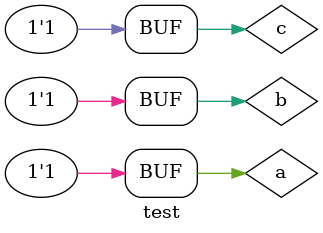
<source format=v>

module mux(
    input y0,y1,y2,y3,y4,y5,y6,y7,a,b,c,
    output out
);
assign y0 = ~a & ~b & ~c;
assign y1 = ~a & ~b & c;
assign y2 = ~a & b & ~c;
assign y3 = ~a & b & c;
assign y4 = a & ~b & ~c;
assign y5 = a & ~b & c;
assign y6 = a & b & ~c;
assign y7 = a & b & c;
assign out = y0|y1|y2|y3|y4|y5|y6|y7;
endmodule

//testbench
module test;
reg a,b,c;
wire s,d;

mux diff(0,1,1,0,1,0,0,1,a,b,c,s);
mux borrow(0,1,1,1,0,0,0,1,a,b,c,d);
initial begin
    $display("full subtracter using 8:1 mux");
    $monitor("%b %b %b   %b %b",a,b,c,s,d);
    a=0; b=0; c=0; #5;
	a=0; b=0; c=1; #5;
	a=0; b=1; c=0; #5;
	a=0; b=1; c=1; #5;
	a=1; b=0; c=0; #5;
	a=1; b=0; c=1; #5;
	a=1; b=1; c=0; #5;
	a=1; b=1; c=1; #5;
end
endmodule

</source>
